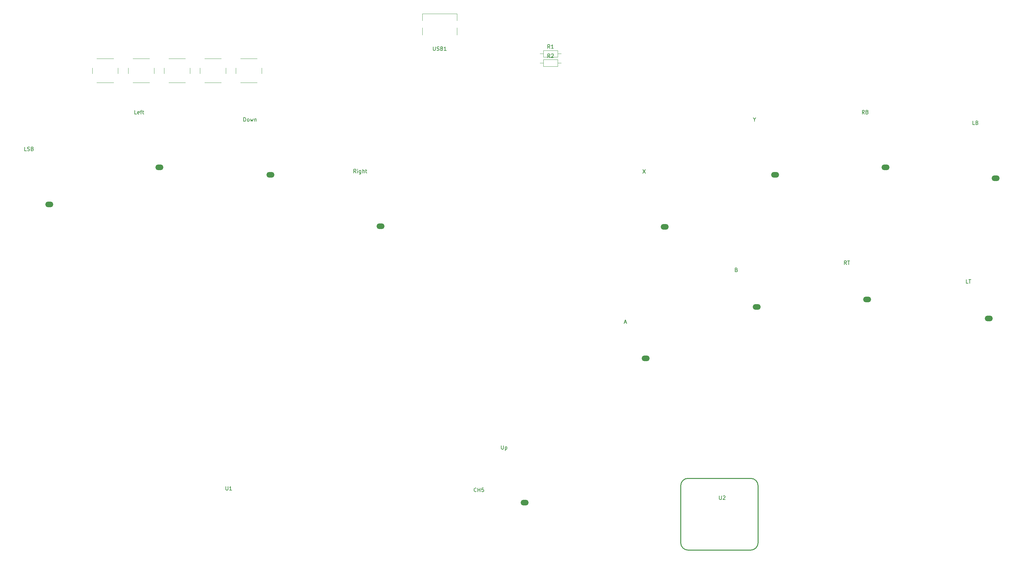
<source format=gto>
G04 #@! TF.GenerationSoftware,KiCad,Pcbnew,7.0.5*
G04 #@! TF.CreationDate,2023-09-08T18:01:39-04:00*
G04 #@! TF.ProjectId,Rory Hitbox Full Pcb,526f7279-2048-4697-9462-6f782046756c,rev?*
G04 #@! TF.SameCoordinates,Original*
G04 #@! TF.FileFunction,Legend,Top*
G04 #@! TF.FilePolarity,Positive*
%FSLAX46Y46*%
G04 Gerber Fmt 4.6, Leading zero omitted, Abs format (unit mm)*
G04 Created by KiCad (PCBNEW 7.0.5) date 2023-09-08 18:01:39*
%MOMM*%
%LPD*%
G01*
G04 APERTURE LIST*
%ADD10C,0.150000*%
%ADD11C,0.120000*%
%ADD12C,0.254000*%
%ADD13O,2.200000X1.500000*%
%ADD14C,2.500000*%
%ADD15R,2.000000X2.000000*%
%ADD16C,2.000000*%
%ADD17C,1.700000*%
%ADD18R,1.700000X1.700000*%
%ADD19C,3.000000*%
%ADD20C,6.400000*%
%ADD21C,1.400000*%
%ADD22O,1.400000X1.400000*%
%ADD23C,0.650000*%
%ADD24O,1.000000X2.100000*%
%ADD25O,1.000000X1.600000*%
%ADD26R,0.600000X1.450000*%
%ADD27R,0.300000X1.450000*%
%ADD28C,1.700022*%
%ADD29C,1.499997*%
%ADD30R,1.499997X1.499997*%
G04 APERTURE END LIST*
D10*
X407562095Y-148360819D02*
X407562095Y-149170342D01*
X407562095Y-149170342D02*
X407609714Y-149265580D01*
X407609714Y-149265580D02*
X407657333Y-149313200D01*
X407657333Y-149313200D02*
X407752571Y-149360819D01*
X407752571Y-149360819D02*
X407943047Y-149360819D01*
X407943047Y-149360819D02*
X408038285Y-149313200D01*
X408038285Y-149313200D02*
X408085904Y-149265580D01*
X408085904Y-149265580D02*
X408133523Y-149170342D01*
X408133523Y-149170342D02*
X408133523Y-148360819D01*
X409133523Y-149360819D02*
X408562095Y-149360819D01*
X408847809Y-149360819D02*
X408847809Y-148360819D01*
X408847809Y-148360819D02*
X408752571Y-148503676D01*
X408752571Y-148503676D02*
X408657333Y-148598914D01*
X408657333Y-148598914D02*
X408562095Y-148646533D01*
X610809523Y-50054819D02*
X610333333Y-50054819D01*
X610333333Y-50054819D02*
X610333333Y-49054819D01*
X611476190Y-49531009D02*
X611619047Y-49578628D01*
X611619047Y-49578628D02*
X611666666Y-49626247D01*
X611666666Y-49626247D02*
X611714285Y-49721485D01*
X611714285Y-49721485D02*
X611714285Y-49864342D01*
X611714285Y-49864342D02*
X611666666Y-49959580D01*
X611666666Y-49959580D02*
X611619047Y-50007200D01*
X611619047Y-50007200D02*
X611523809Y-50054819D01*
X611523809Y-50054819D02*
X611142857Y-50054819D01*
X611142857Y-50054819D02*
X611142857Y-49054819D01*
X611142857Y-49054819D02*
X611476190Y-49054819D01*
X611476190Y-49054819D02*
X611571428Y-49102438D01*
X611571428Y-49102438D02*
X611619047Y-49150057D01*
X611619047Y-49150057D02*
X611666666Y-49245295D01*
X611666666Y-49245295D02*
X611666666Y-49340533D01*
X611666666Y-49340533D02*
X611619047Y-49435771D01*
X611619047Y-49435771D02*
X611571428Y-49483390D01*
X611571428Y-49483390D02*
X611476190Y-49531009D01*
X611476190Y-49531009D02*
X611142857Y-49531009D01*
X495533333Y-31834819D02*
X495200000Y-31358628D01*
X494961905Y-31834819D02*
X494961905Y-30834819D01*
X494961905Y-30834819D02*
X495342857Y-30834819D01*
X495342857Y-30834819D02*
X495438095Y-30882438D01*
X495438095Y-30882438D02*
X495485714Y-30930057D01*
X495485714Y-30930057D02*
X495533333Y-31025295D01*
X495533333Y-31025295D02*
X495533333Y-31168152D01*
X495533333Y-31168152D02*
X495485714Y-31263390D01*
X495485714Y-31263390D02*
X495438095Y-31311009D01*
X495438095Y-31311009D02*
X495342857Y-31358628D01*
X495342857Y-31358628D02*
X494961905Y-31358628D01*
X495914286Y-30930057D02*
X495961905Y-30882438D01*
X495961905Y-30882438D02*
X496057143Y-30834819D01*
X496057143Y-30834819D02*
X496295238Y-30834819D01*
X496295238Y-30834819D02*
X496390476Y-30882438D01*
X496390476Y-30882438D02*
X496438095Y-30930057D01*
X496438095Y-30930057D02*
X496485714Y-31025295D01*
X496485714Y-31025295D02*
X496485714Y-31120533D01*
X496485714Y-31120533D02*
X496438095Y-31263390D01*
X496438095Y-31263390D02*
X495866667Y-31834819D01*
X495866667Y-31834819D02*
X496485714Y-31834819D01*
X495533333Y-29334819D02*
X495200000Y-28858628D01*
X494961905Y-29334819D02*
X494961905Y-28334819D01*
X494961905Y-28334819D02*
X495342857Y-28334819D01*
X495342857Y-28334819D02*
X495438095Y-28382438D01*
X495438095Y-28382438D02*
X495485714Y-28430057D01*
X495485714Y-28430057D02*
X495533333Y-28525295D01*
X495533333Y-28525295D02*
X495533333Y-28668152D01*
X495533333Y-28668152D02*
X495485714Y-28763390D01*
X495485714Y-28763390D02*
X495438095Y-28811009D01*
X495438095Y-28811009D02*
X495342857Y-28858628D01*
X495342857Y-28858628D02*
X494961905Y-28858628D01*
X496485714Y-29334819D02*
X495914286Y-29334819D01*
X496200000Y-29334819D02*
X496200000Y-28334819D01*
X496200000Y-28334819D02*
X496104762Y-28477676D01*
X496104762Y-28477676D02*
X496009524Y-28572914D01*
X496009524Y-28572914D02*
X495914286Y-28620533D01*
X463861905Y-28899819D02*
X463861905Y-29709342D01*
X463861905Y-29709342D02*
X463909524Y-29804580D01*
X463909524Y-29804580D02*
X463957143Y-29852200D01*
X463957143Y-29852200D02*
X464052381Y-29899819D01*
X464052381Y-29899819D02*
X464242857Y-29899819D01*
X464242857Y-29899819D02*
X464338095Y-29852200D01*
X464338095Y-29852200D02*
X464385714Y-29804580D01*
X464385714Y-29804580D02*
X464433333Y-29709342D01*
X464433333Y-29709342D02*
X464433333Y-28899819D01*
X464861905Y-29852200D02*
X465004762Y-29899819D01*
X465004762Y-29899819D02*
X465242857Y-29899819D01*
X465242857Y-29899819D02*
X465338095Y-29852200D01*
X465338095Y-29852200D02*
X465385714Y-29804580D01*
X465385714Y-29804580D02*
X465433333Y-29709342D01*
X465433333Y-29709342D02*
X465433333Y-29614104D01*
X465433333Y-29614104D02*
X465385714Y-29518866D01*
X465385714Y-29518866D02*
X465338095Y-29471247D01*
X465338095Y-29471247D02*
X465242857Y-29423628D01*
X465242857Y-29423628D02*
X465052381Y-29376009D01*
X465052381Y-29376009D02*
X464957143Y-29328390D01*
X464957143Y-29328390D02*
X464909524Y-29280771D01*
X464909524Y-29280771D02*
X464861905Y-29185533D01*
X464861905Y-29185533D02*
X464861905Y-29090295D01*
X464861905Y-29090295D02*
X464909524Y-28995057D01*
X464909524Y-28995057D02*
X464957143Y-28947438D01*
X464957143Y-28947438D02*
X465052381Y-28899819D01*
X465052381Y-28899819D02*
X465290476Y-28899819D01*
X465290476Y-28899819D02*
X465433333Y-28947438D01*
X466195238Y-29376009D02*
X466338095Y-29423628D01*
X466338095Y-29423628D02*
X466385714Y-29471247D01*
X466385714Y-29471247D02*
X466433333Y-29566485D01*
X466433333Y-29566485D02*
X466433333Y-29709342D01*
X466433333Y-29709342D02*
X466385714Y-29804580D01*
X466385714Y-29804580D02*
X466338095Y-29852200D01*
X466338095Y-29852200D02*
X466242857Y-29899819D01*
X466242857Y-29899819D02*
X465861905Y-29899819D01*
X465861905Y-29899819D02*
X465861905Y-28899819D01*
X465861905Y-28899819D02*
X466195238Y-28899819D01*
X466195238Y-28899819D02*
X466290476Y-28947438D01*
X466290476Y-28947438D02*
X466338095Y-28995057D01*
X466338095Y-28995057D02*
X466385714Y-29090295D01*
X466385714Y-29090295D02*
X466385714Y-29185533D01*
X466385714Y-29185533D02*
X466338095Y-29280771D01*
X466338095Y-29280771D02*
X466290476Y-29328390D01*
X466290476Y-29328390D02*
X466195238Y-29376009D01*
X466195238Y-29376009D02*
X465861905Y-29376009D01*
X467385714Y-29899819D02*
X466814286Y-29899819D01*
X467100000Y-29899819D02*
X467100000Y-28899819D01*
X467100000Y-28899819D02*
X467004762Y-29042676D01*
X467004762Y-29042676D02*
X466909524Y-29137914D01*
X466909524Y-29137914D02*
X466814286Y-29185533D01*
X412409524Y-49154819D02*
X412409524Y-48154819D01*
X412409524Y-48154819D02*
X412647619Y-48154819D01*
X412647619Y-48154819D02*
X412790476Y-48202438D01*
X412790476Y-48202438D02*
X412885714Y-48297676D01*
X412885714Y-48297676D02*
X412933333Y-48392914D01*
X412933333Y-48392914D02*
X412980952Y-48583390D01*
X412980952Y-48583390D02*
X412980952Y-48726247D01*
X412980952Y-48726247D02*
X412933333Y-48916723D01*
X412933333Y-48916723D02*
X412885714Y-49011961D01*
X412885714Y-49011961D02*
X412790476Y-49107200D01*
X412790476Y-49107200D02*
X412647619Y-49154819D01*
X412647619Y-49154819D02*
X412409524Y-49154819D01*
X413552381Y-49154819D02*
X413457143Y-49107200D01*
X413457143Y-49107200D02*
X413409524Y-49059580D01*
X413409524Y-49059580D02*
X413361905Y-48964342D01*
X413361905Y-48964342D02*
X413361905Y-48678628D01*
X413361905Y-48678628D02*
X413409524Y-48583390D01*
X413409524Y-48583390D02*
X413457143Y-48535771D01*
X413457143Y-48535771D02*
X413552381Y-48488152D01*
X413552381Y-48488152D02*
X413695238Y-48488152D01*
X413695238Y-48488152D02*
X413790476Y-48535771D01*
X413790476Y-48535771D02*
X413838095Y-48583390D01*
X413838095Y-48583390D02*
X413885714Y-48678628D01*
X413885714Y-48678628D02*
X413885714Y-48964342D01*
X413885714Y-48964342D02*
X413838095Y-49059580D01*
X413838095Y-49059580D02*
X413790476Y-49107200D01*
X413790476Y-49107200D02*
X413695238Y-49154819D01*
X413695238Y-49154819D02*
X413552381Y-49154819D01*
X414219048Y-48488152D02*
X414409524Y-49154819D01*
X414409524Y-49154819D02*
X414600000Y-48678628D01*
X414600000Y-48678628D02*
X414790476Y-49154819D01*
X414790476Y-49154819D02*
X414980952Y-48488152D01*
X415361905Y-48488152D02*
X415361905Y-49154819D01*
X415361905Y-48583390D02*
X415409524Y-48535771D01*
X415409524Y-48535771D02*
X415504762Y-48488152D01*
X415504762Y-48488152D02*
X415647619Y-48488152D01*
X415647619Y-48488152D02*
X415742857Y-48535771D01*
X415742857Y-48535771D02*
X415790476Y-48631009D01*
X415790476Y-48631009D02*
X415790476Y-49154819D01*
X541538095Y-150930819D02*
X541538095Y-151740342D01*
X541538095Y-151740342D02*
X541585714Y-151835580D01*
X541585714Y-151835580D02*
X541633333Y-151883200D01*
X541633333Y-151883200D02*
X541728571Y-151930819D01*
X541728571Y-151930819D02*
X541919047Y-151930819D01*
X541919047Y-151930819D02*
X542014285Y-151883200D01*
X542014285Y-151883200D02*
X542061904Y-151835580D01*
X542061904Y-151835580D02*
X542109523Y-151740342D01*
X542109523Y-151740342D02*
X542109523Y-150930819D01*
X542538095Y-151026057D02*
X542585714Y-150978438D01*
X542585714Y-150978438D02*
X542680952Y-150930819D01*
X542680952Y-150930819D02*
X542919047Y-150930819D01*
X542919047Y-150930819D02*
X543014285Y-150978438D01*
X543014285Y-150978438D02*
X543061904Y-151026057D01*
X543061904Y-151026057D02*
X543109523Y-151121295D01*
X543109523Y-151121295D02*
X543109523Y-151216533D01*
X543109523Y-151216533D02*
X543061904Y-151359390D01*
X543061904Y-151359390D02*
X542490476Y-151930819D01*
X542490476Y-151930819D02*
X543109523Y-151930819D01*
X515761905Y-103769104D02*
X516238095Y-103769104D01*
X515666667Y-104054819D02*
X516000000Y-103054819D01*
X516000000Y-103054819D02*
X516333333Y-104054819D01*
X353433333Y-57154819D02*
X352957143Y-57154819D01*
X352957143Y-57154819D02*
X352957143Y-56154819D01*
X353719048Y-57107200D02*
X353861905Y-57154819D01*
X353861905Y-57154819D02*
X354100000Y-57154819D01*
X354100000Y-57154819D02*
X354195238Y-57107200D01*
X354195238Y-57107200D02*
X354242857Y-57059580D01*
X354242857Y-57059580D02*
X354290476Y-56964342D01*
X354290476Y-56964342D02*
X354290476Y-56869104D01*
X354290476Y-56869104D02*
X354242857Y-56773866D01*
X354242857Y-56773866D02*
X354195238Y-56726247D01*
X354195238Y-56726247D02*
X354100000Y-56678628D01*
X354100000Y-56678628D02*
X353909524Y-56631009D01*
X353909524Y-56631009D02*
X353814286Y-56583390D01*
X353814286Y-56583390D02*
X353766667Y-56535771D01*
X353766667Y-56535771D02*
X353719048Y-56440533D01*
X353719048Y-56440533D02*
X353719048Y-56345295D01*
X353719048Y-56345295D02*
X353766667Y-56250057D01*
X353766667Y-56250057D02*
X353814286Y-56202438D01*
X353814286Y-56202438D02*
X353909524Y-56154819D01*
X353909524Y-56154819D02*
X354147619Y-56154819D01*
X354147619Y-56154819D02*
X354290476Y-56202438D01*
X355052381Y-56631009D02*
X355195238Y-56678628D01*
X355195238Y-56678628D02*
X355242857Y-56726247D01*
X355242857Y-56726247D02*
X355290476Y-56821485D01*
X355290476Y-56821485D02*
X355290476Y-56964342D01*
X355290476Y-56964342D02*
X355242857Y-57059580D01*
X355242857Y-57059580D02*
X355195238Y-57107200D01*
X355195238Y-57107200D02*
X355100000Y-57154819D01*
X355100000Y-57154819D02*
X354719048Y-57154819D01*
X354719048Y-57154819D02*
X354719048Y-56154819D01*
X354719048Y-56154819D02*
X355052381Y-56154819D01*
X355052381Y-56154819D02*
X355147619Y-56202438D01*
X355147619Y-56202438D02*
X355195238Y-56250057D01*
X355195238Y-56250057D02*
X355242857Y-56345295D01*
X355242857Y-56345295D02*
X355242857Y-56440533D01*
X355242857Y-56440533D02*
X355195238Y-56535771D01*
X355195238Y-56535771D02*
X355147619Y-56583390D01*
X355147619Y-56583390D02*
X355052381Y-56631009D01*
X355052381Y-56631009D02*
X354719048Y-56631009D01*
X475559523Y-149709580D02*
X475511904Y-149757200D01*
X475511904Y-149757200D02*
X475369047Y-149804819D01*
X475369047Y-149804819D02*
X475273809Y-149804819D01*
X475273809Y-149804819D02*
X475130952Y-149757200D01*
X475130952Y-149757200D02*
X475035714Y-149661961D01*
X475035714Y-149661961D02*
X474988095Y-149566723D01*
X474988095Y-149566723D02*
X474940476Y-149376247D01*
X474940476Y-149376247D02*
X474940476Y-149233390D01*
X474940476Y-149233390D02*
X474988095Y-149042914D01*
X474988095Y-149042914D02*
X475035714Y-148947676D01*
X475035714Y-148947676D02*
X475130952Y-148852438D01*
X475130952Y-148852438D02*
X475273809Y-148804819D01*
X475273809Y-148804819D02*
X475369047Y-148804819D01*
X475369047Y-148804819D02*
X475511904Y-148852438D01*
X475511904Y-148852438D02*
X475559523Y-148900057D01*
X475988095Y-149804819D02*
X475988095Y-148804819D01*
X475988095Y-149281009D02*
X476559523Y-149281009D01*
X476559523Y-149804819D02*
X476559523Y-148804819D01*
X477511904Y-148804819D02*
X477035714Y-148804819D01*
X477035714Y-148804819D02*
X476988095Y-149281009D01*
X476988095Y-149281009D02*
X477035714Y-149233390D01*
X477035714Y-149233390D02*
X477130952Y-149185771D01*
X477130952Y-149185771D02*
X477369047Y-149185771D01*
X477369047Y-149185771D02*
X477464285Y-149233390D01*
X477464285Y-149233390D02*
X477511904Y-149281009D01*
X477511904Y-149281009D02*
X477559523Y-149376247D01*
X477559523Y-149376247D02*
X477559523Y-149614342D01*
X477559523Y-149614342D02*
X477511904Y-149709580D01*
X477511904Y-149709580D02*
X477464285Y-149757200D01*
X477464285Y-149757200D02*
X477369047Y-149804819D01*
X477369047Y-149804819D02*
X477130952Y-149804819D01*
X477130952Y-149804819D02*
X477035714Y-149757200D01*
X477035714Y-149757200D02*
X476988095Y-149709580D01*
X482361905Y-137254819D02*
X482361905Y-138064342D01*
X482361905Y-138064342D02*
X482409524Y-138159580D01*
X482409524Y-138159580D02*
X482457143Y-138207200D01*
X482457143Y-138207200D02*
X482552381Y-138254819D01*
X482552381Y-138254819D02*
X482742857Y-138254819D01*
X482742857Y-138254819D02*
X482838095Y-138207200D01*
X482838095Y-138207200D02*
X482885714Y-138159580D01*
X482885714Y-138159580D02*
X482933333Y-138064342D01*
X482933333Y-138064342D02*
X482933333Y-137254819D01*
X483409524Y-137588152D02*
X483409524Y-138588152D01*
X483409524Y-137635771D02*
X483504762Y-137588152D01*
X483504762Y-137588152D02*
X483695238Y-137588152D01*
X483695238Y-137588152D02*
X483790476Y-137635771D01*
X483790476Y-137635771D02*
X483838095Y-137683390D01*
X483838095Y-137683390D02*
X483885714Y-137778628D01*
X483885714Y-137778628D02*
X483885714Y-138064342D01*
X483885714Y-138064342D02*
X483838095Y-138159580D01*
X483838095Y-138159580D02*
X483790476Y-138207200D01*
X483790476Y-138207200D02*
X483695238Y-138254819D01*
X483695238Y-138254819D02*
X483504762Y-138254819D01*
X483504762Y-138254819D02*
X483409524Y-138207200D01*
X576028571Y-88054819D02*
X575695238Y-87578628D01*
X575457143Y-88054819D02*
X575457143Y-87054819D01*
X575457143Y-87054819D02*
X575838095Y-87054819D01*
X575838095Y-87054819D02*
X575933333Y-87102438D01*
X575933333Y-87102438D02*
X575980952Y-87150057D01*
X575980952Y-87150057D02*
X576028571Y-87245295D01*
X576028571Y-87245295D02*
X576028571Y-87388152D01*
X576028571Y-87388152D02*
X575980952Y-87483390D01*
X575980952Y-87483390D02*
X575933333Y-87531009D01*
X575933333Y-87531009D02*
X575838095Y-87578628D01*
X575838095Y-87578628D02*
X575457143Y-87578628D01*
X576314286Y-87054819D02*
X576885714Y-87054819D01*
X576600000Y-88054819D02*
X576600000Y-87054819D01*
X551100000Y-48678628D02*
X551100000Y-49154819D01*
X550766667Y-48154819D02*
X551100000Y-48678628D01*
X551100000Y-48678628D02*
X551433333Y-48154819D01*
X383309523Y-47154819D02*
X382833333Y-47154819D01*
X382833333Y-47154819D02*
X382833333Y-46154819D01*
X384023809Y-47107200D02*
X383928571Y-47154819D01*
X383928571Y-47154819D02*
X383738095Y-47154819D01*
X383738095Y-47154819D02*
X383642857Y-47107200D01*
X383642857Y-47107200D02*
X383595238Y-47011961D01*
X383595238Y-47011961D02*
X383595238Y-46631009D01*
X383595238Y-46631009D02*
X383642857Y-46535771D01*
X383642857Y-46535771D02*
X383738095Y-46488152D01*
X383738095Y-46488152D02*
X383928571Y-46488152D01*
X383928571Y-46488152D02*
X384023809Y-46535771D01*
X384023809Y-46535771D02*
X384071428Y-46631009D01*
X384071428Y-46631009D02*
X384071428Y-46726247D01*
X384071428Y-46726247D02*
X383595238Y-46821485D01*
X384357143Y-46488152D02*
X384738095Y-46488152D01*
X384500000Y-47154819D02*
X384500000Y-46297676D01*
X384500000Y-46297676D02*
X384547619Y-46202438D01*
X384547619Y-46202438D02*
X384642857Y-46154819D01*
X384642857Y-46154819D02*
X384738095Y-46154819D01*
X384928572Y-46488152D02*
X385309524Y-46488152D01*
X385071429Y-46154819D02*
X385071429Y-47011961D01*
X385071429Y-47011961D02*
X385119048Y-47107200D01*
X385119048Y-47107200D02*
X385214286Y-47154819D01*
X385214286Y-47154819D02*
X385309524Y-47154819D01*
X442880952Y-63154819D02*
X442547619Y-62678628D01*
X442309524Y-63154819D02*
X442309524Y-62154819D01*
X442309524Y-62154819D02*
X442690476Y-62154819D01*
X442690476Y-62154819D02*
X442785714Y-62202438D01*
X442785714Y-62202438D02*
X442833333Y-62250057D01*
X442833333Y-62250057D02*
X442880952Y-62345295D01*
X442880952Y-62345295D02*
X442880952Y-62488152D01*
X442880952Y-62488152D02*
X442833333Y-62583390D01*
X442833333Y-62583390D02*
X442785714Y-62631009D01*
X442785714Y-62631009D02*
X442690476Y-62678628D01*
X442690476Y-62678628D02*
X442309524Y-62678628D01*
X443309524Y-63154819D02*
X443309524Y-62488152D01*
X443309524Y-62154819D02*
X443261905Y-62202438D01*
X443261905Y-62202438D02*
X443309524Y-62250057D01*
X443309524Y-62250057D02*
X443357143Y-62202438D01*
X443357143Y-62202438D02*
X443309524Y-62154819D01*
X443309524Y-62154819D02*
X443309524Y-62250057D01*
X444214285Y-62488152D02*
X444214285Y-63297676D01*
X444214285Y-63297676D02*
X444166666Y-63392914D01*
X444166666Y-63392914D02*
X444119047Y-63440533D01*
X444119047Y-63440533D02*
X444023809Y-63488152D01*
X444023809Y-63488152D02*
X443880952Y-63488152D01*
X443880952Y-63488152D02*
X443785714Y-63440533D01*
X444214285Y-63107200D02*
X444119047Y-63154819D01*
X444119047Y-63154819D02*
X443928571Y-63154819D01*
X443928571Y-63154819D02*
X443833333Y-63107200D01*
X443833333Y-63107200D02*
X443785714Y-63059580D01*
X443785714Y-63059580D02*
X443738095Y-62964342D01*
X443738095Y-62964342D02*
X443738095Y-62678628D01*
X443738095Y-62678628D02*
X443785714Y-62583390D01*
X443785714Y-62583390D02*
X443833333Y-62535771D01*
X443833333Y-62535771D02*
X443928571Y-62488152D01*
X443928571Y-62488152D02*
X444119047Y-62488152D01*
X444119047Y-62488152D02*
X444214285Y-62535771D01*
X444690476Y-63154819D02*
X444690476Y-62154819D01*
X445119047Y-63154819D02*
X445119047Y-62631009D01*
X445119047Y-62631009D02*
X445071428Y-62535771D01*
X445071428Y-62535771D02*
X444976190Y-62488152D01*
X444976190Y-62488152D02*
X444833333Y-62488152D01*
X444833333Y-62488152D02*
X444738095Y-62535771D01*
X444738095Y-62535771D02*
X444690476Y-62583390D01*
X445452381Y-62488152D02*
X445833333Y-62488152D01*
X445595238Y-62154819D02*
X445595238Y-63011961D01*
X445595238Y-63011961D02*
X445642857Y-63107200D01*
X445642857Y-63107200D02*
X445738095Y-63154819D01*
X445738095Y-63154819D02*
X445833333Y-63154819D01*
X609028571Y-93154819D02*
X608552381Y-93154819D01*
X608552381Y-93154819D02*
X608552381Y-92154819D01*
X609219048Y-92154819D02*
X609790476Y-92154819D01*
X609504762Y-93154819D02*
X609504762Y-92154819D01*
X520766667Y-62254819D02*
X521433333Y-63254819D01*
X521433333Y-62254819D02*
X520766667Y-63254819D01*
X580909523Y-47154819D02*
X580576190Y-46678628D01*
X580338095Y-47154819D02*
X580338095Y-46154819D01*
X580338095Y-46154819D02*
X580719047Y-46154819D01*
X580719047Y-46154819D02*
X580814285Y-46202438D01*
X580814285Y-46202438D02*
X580861904Y-46250057D01*
X580861904Y-46250057D02*
X580909523Y-46345295D01*
X580909523Y-46345295D02*
X580909523Y-46488152D01*
X580909523Y-46488152D02*
X580861904Y-46583390D01*
X580861904Y-46583390D02*
X580814285Y-46631009D01*
X580814285Y-46631009D02*
X580719047Y-46678628D01*
X580719047Y-46678628D02*
X580338095Y-46678628D01*
X581671428Y-46631009D02*
X581814285Y-46678628D01*
X581814285Y-46678628D02*
X581861904Y-46726247D01*
X581861904Y-46726247D02*
X581909523Y-46821485D01*
X581909523Y-46821485D02*
X581909523Y-46964342D01*
X581909523Y-46964342D02*
X581861904Y-47059580D01*
X581861904Y-47059580D02*
X581814285Y-47107200D01*
X581814285Y-47107200D02*
X581719047Y-47154819D01*
X581719047Y-47154819D02*
X581338095Y-47154819D01*
X581338095Y-47154819D02*
X581338095Y-46154819D01*
X581338095Y-46154819D02*
X581671428Y-46154819D01*
X581671428Y-46154819D02*
X581766666Y-46202438D01*
X581766666Y-46202438D02*
X581814285Y-46250057D01*
X581814285Y-46250057D02*
X581861904Y-46345295D01*
X581861904Y-46345295D02*
X581861904Y-46440533D01*
X581861904Y-46440533D02*
X581814285Y-46535771D01*
X581814285Y-46535771D02*
X581766666Y-46583390D01*
X581766666Y-46583390D02*
X581671428Y-46631009D01*
X581671428Y-46631009D02*
X581338095Y-46631009D01*
X546171428Y-89531009D02*
X546314285Y-89578628D01*
X546314285Y-89578628D02*
X546361904Y-89626247D01*
X546361904Y-89626247D02*
X546409523Y-89721485D01*
X546409523Y-89721485D02*
X546409523Y-89864342D01*
X546409523Y-89864342D02*
X546361904Y-89959580D01*
X546361904Y-89959580D02*
X546314285Y-90007200D01*
X546314285Y-90007200D02*
X546219047Y-90054819D01*
X546219047Y-90054819D02*
X545838095Y-90054819D01*
X545838095Y-90054819D02*
X545838095Y-89054819D01*
X545838095Y-89054819D02*
X546171428Y-89054819D01*
X546171428Y-89054819D02*
X546266666Y-89102438D01*
X546266666Y-89102438D02*
X546314285Y-89150057D01*
X546314285Y-89150057D02*
X546361904Y-89245295D01*
X546361904Y-89245295D02*
X546361904Y-89340533D01*
X546361904Y-89340533D02*
X546314285Y-89435771D01*
X546314285Y-89435771D02*
X546266666Y-89483390D01*
X546266666Y-89483390D02*
X546171428Y-89531009D01*
X546171428Y-89531009D02*
X545838095Y-89531009D01*
D11*
X371300000Y-34660000D02*
X371300000Y-36160000D01*
X372550000Y-38660000D02*
X377050000Y-38660000D01*
X377050000Y-32160000D02*
X372550000Y-32160000D01*
X378300000Y-36160000D02*
X378300000Y-34660000D01*
X492830000Y-33300000D02*
X493780000Y-33300000D01*
X493780000Y-32380000D02*
X493780000Y-34220000D01*
X493780000Y-34220000D02*
X497620000Y-34220000D01*
X497620000Y-32380000D02*
X493780000Y-32380000D01*
X497620000Y-34220000D02*
X497620000Y-32380000D01*
X498570000Y-33300000D02*
X497620000Y-33300000D01*
X492830000Y-30800000D02*
X493780000Y-30800000D01*
X493780000Y-29880000D02*
X493780000Y-31720000D01*
X493780000Y-31720000D02*
X497620000Y-31720000D01*
X497620000Y-29880000D02*
X493780000Y-29880000D01*
X497620000Y-31720000D02*
X497620000Y-29880000D01*
X498570000Y-30800000D02*
X497620000Y-30800000D01*
X470300000Y-25700000D02*
X470300000Y-23700000D01*
X470300000Y-21800000D02*
X470300000Y-19900000D01*
X470300000Y-19900000D02*
X460900000Y-19900000D01*
X460900000Y-25700000D02*
X460900000Y-23700000D01*
X460900000Y-21800000D02*
X460900000Y-19900000D01*
D12*
X552038004Y-148171003D02*
X552038004Y-163670997D01*
X550038008Y-165670993D02*
X533037992Y-165670993D01*
X533037992Y-146171007D02*
X550038008Y-146171007D01*
X531037996Y-148171003D02*
X531037996Y-163670997D01*
X550038008Y-165670993D02*
G75*
G03*
X552038004Y-163670997I1J1999995D01*
G01*
X552038004Y-148171003D02*
G75*
G03*
X550038008Y-146171007I-1999995J1D01*
G01*
X531038007Y-163670997D02*
G75*
G03*
X533037992Y-165670993I1999993J-3D01*
G01*
X533037992Y-146171006D02*
G75*
G03*
X531037996Y-148171003I-12J-1999984D01*
G01*
D11*
X390800000Y-34660000D02*
X390800000Y-36160000D01*
X392050000Y-38660000D02*
X396550000Y-38660000D01*
X396550000Y-32160000D02*
X392050000Y-32160000D01*
X397800000Y-36160000D02*
X397800000Y-34660000D01*
X400550000Y-34660000D02*
X400550000Y-36160000D01*
X401800000Y-38660000D02*
X406300000Y-38660000D01*
X406300000Y-32160000D02*
X401800000Y-32160000D01*
X407550000Y-36160000D02*
X407550000Y-34660000D01*
X381050000Y-34660000D02*
X381050000Y-36160000D01*
X382300000Y-38660000D02*
X386800000Y-38660000D01*
X386800000Y-32160000D02*
X382300000Y-32160000D01*
X388050000Y-36160000D02*
X388050000Y-34660000D01*
X410300000Y-34660000D02*
X410300000Y-36160000D01*
X411550000Y-38660000D02*
X416050000Y-38660000D01*
X416050000Y-32160000D02*
X411550000Y-32160000D01*
X417300000Y-36160000D02*
X417300000Y-34660000D01*
D13*
X616550000Y-64600000D03*
X419650000Y-63700000D03*
X521550000Y-113600000D03*
X359650000Y-71700000D03*
X488650000Y-152800000D03*
X581650000Y-97600000D03*
X556650000Y-63700000D03*
X389550000Y-61700000D03*
X449550000Y-77700000D03*
X614650000Y-102700000D03*
X526650000Y-77800000D03*
X586650000Y-61700000D03*
X551650000Y-99600000D03*
%LPC*%
D14*
X355720000Y-164861000D03*
X359220000Y-164861000D03*
X362720000Y-164861000D03*
X366220000Y-164861000D03*
X369720000Y-164861000D03*
X373220000Y-164861000D03*
X376720000Y-164861000D03*
X380220000Y-164861000D03*
X383720000Y-164861000D03*
X387220000Y-164861000D03*
X390720000Y-164861000D03*
X394220000Y-164861000D03*
X397720000Y-164861000D03*
X401220000Y-164861000D03*
X404720000Y-164861000D03*
X408220000Y-164861000D03*
X411720000Y-164861000D03*
X415220000Y-164861000D03*
X418720000Y-164861000D03*
X422310000Y-164861000D03*
D15*
X357043000Y-131804000D03*
D16*
X359583000Y-131804000D03*
X362123000Y-131804000D03*
X364663000Y-131804000D03*
D17*
X372200000Y-128600000D03*
X374200000Y-128600000D03*
X376200000Y-128600000D03*
D18*
X378200000Y-128600000D03*
D17*
X427294000Y-157420000D03*
X427294000Y-155420000D03*
X427294000Y-153420000D03*
X427294000Y-151420000D03*
X427294000Y-149392000D03*
D15*
X427294000Y-144416000D03*
D16*
X427294000Y-141876000D03*
X427294000Y-139336000D03*
X427294000Y-136796000D03*
X400454000Y-126656000D03*
D15*
X400454000Y-129196000D03*
D16*
X402994000Y-126656000D03*
X402994000Y-129196000D03*
X405534000Y-126656000D03*
X405534000Y-129196000D03*
X408074000Y-126656000D03*
X408074000Y-129196000D03*
X410614000Y-126656000D03*
X410614000Y-129196000D03*
X413154000Y-126656000D03*
X413154000Y-129196000D03*
X415694000Y-126656000D03*
X415694000Y-129192680D03*
X418234000Y-126656000D03*
X418234000Y-129206000D03*
X420774000Y-126656000D03*
X420774000Y-129196000D03*
X423304000Y-126656000D03*
X423304000Y-129196000D03*
X371550000Y-33160000D03*
X378050000Y-33160000D03*
X371550000Y-37660000D03*
X378050000Y-37660000D03*
D19*
X606000000Y-73300000D03*
X611000000Y-75500000D03*
D20*
X561300000Y-87000000D03*
X446200000Y-179700000D03*
X434000000Y-45200000D03*
D21*
X491890000Y-33300000D03*
D22*
X499510000Y-33300000D03*
D20*
X335070000Y-179630000D03*
D21*
X491890000Y-30800000D03*
D22*
X499510000Y-30800000D03*
D23*
X468490000Y-26400000D03*
X462710000Y-26400000D03*
D24*
X469920000Y-26930000D03*
D25*
X469920000Y-22750000D03*
D24*
X461280000Y-26930000D03*
D25*
X461280000Y-22750000D03*
D26*
X468850000Y-27845000D03*
X468050000Y-27845000D03*
D27*
X466850000Y-27845000D03*
X465850000Y-27845000D03*
X465350000Y-27845000D03*
X464350000Y-27845000D03*
D26*
X463150000Y-27845000D03*
X462350000Y-27845000D03*
X462350000Y-27845000D03*
X463150000Y-27845000D03*
D27*
X463850000Y-27845000D03*
X464850000Y-27845000D03*
X466350000Y-27845000D03*
X467350000Y-27845000D03*
D26*
X468050000Y-27845000D03*
X468850000Y-27845000D03*
D19*
X409100000Y-72400000D03*
X414100000Y-74600000D03*
D28*
X548990106Y-148721878D03*
D29*
X549790968Y-159664198D03*
D30*
X547790972Y-159664198D03*
D29*
X543290346Y-159664198D03*
X541290350Y-159664198D03*
X539290354Y-159664198D03*
X537290358Y-159664198D03*
X535290362Y-159664198D03*
D30*
X533290366Y-159664198D03*
D19*
X511000000Y-122300000D03*
X516000000Y-124500000D03*
X349100000Y-80400000D03*
X354100000Y-82600000D03*
X483100000Y-163700000D03*
X478100000Y-161500000D03*
D20*
X630080000Y-179630000D03*
X335100000Y-34640000D03*
D19*
X571100000Y-106300000D03*
X576100000Y-108500000D03*
X546100000Y-72400000D03*
X551100000Y-74600000D03*
D16*
X391050000Y-33160000D03*
X397550000Y-33160000D03*
X391050000Y-37660000D03*
X397550000Y-37660000D03*
D19*
X379000000Y-70400000D03*
X384000000Y-72600000D03*
X439000000Y-86400000D03*
X444000000Y-88600000D03*
D20*
X630150000Y-34640000D03*
D16*
X400800000Y-33160000D03*
X407300000Y-33160000D03*
X400800000Y-37660000D03*
X407300000Y-37660000D03*
X381300000Y-33160000D03*
X387800000Y-33160000D03*
X381300000Y-37660000D03*
X387800000Y-37660000D03*
D19*
X604100000Y-111400000D03*
X609100000Y-113600000D03*
X516100000Y-86500000D03*
X521100000Y-88700000D03*
D20*
X455300000Y-116000000D03*
D19*
X576100000Y-70400000D03*
X581100000Y-72600000D03*
D16*
X410550000Y-33160000D03*
X417050000Y-33160000D03*
X410550000Y-37660000D03*
X417050000Y-37660000D03*
D19*
X541100000Y-108300000D03*
X546100000Y-110500000D03*
%LPD*%
M02*

</source>
